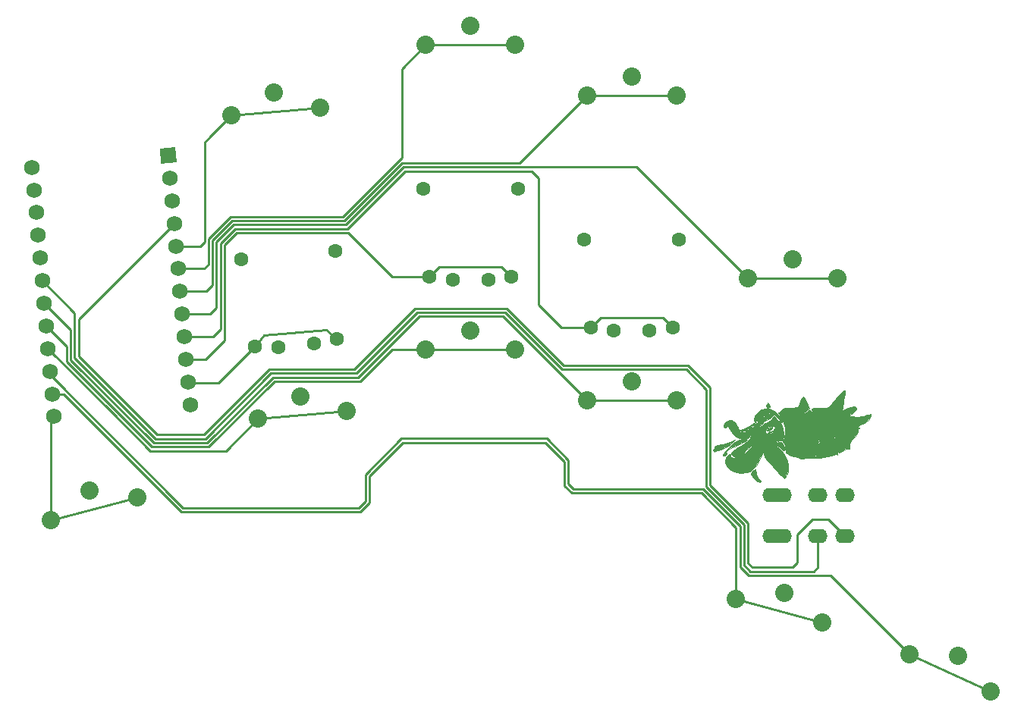
<source format=gbr>
%TF.GenerationSoftware,KiCad,Pcbnew,(5.1.9)-1*%
%TF.CreationDate,2021-06-29T12:17:40+02:00*%
%TF.ProjectId,metasepia_pfefferi,6d657461-7365-4706-9961-5f7066656666,VERSION_HERE*%
%TF.SameCoordinates,Original*%
%TF.FileFunction,Copper,L1,Top*%
%TF.FilePolarity,Positive*%
%FSLAX46Y46*%
G04 Gerber Fmt 4.6, Leading zero omitted, Abs format (unit mm)*
G04 Created by KiCad (PCBNEW (5.1.9)-1) date 2021-06-29 12:17:40*
%MOMM*%
%LPD*%
G01*
G04 APERTURE LIST*
%TA.AperFunction,EtchedComponent*%
%ADD10C,0.010000*%
%TD*%
%TA.AperFunction,ComponentPad*%
%ADD11C,2.032000*%
%TD*%
%TA.AperFunction,ComponentPad*%
%ADD12C,1.600000*%
%TD*%
%TA.AperFunction,ComponentPad*%
%ADD13C,0.100000*%
%TD*%
%TA.AperFunction,ComponentPad*%
%ADD14C,1.752600*%
%TD*%
%TA.AperFunction,ComponentPad*%
%ADD15O,2.200000X1.600000*%
%TD*%
%TA.AperFunction,Conductor*%
%ADD16C,0.250000*%
%TD*%
G04 APERTURE END LIST*
D10*
%TO.C,G\u002A\u002A\u002A*%
G36*
X81322227Y23819283D02*
G01*
X81365714Y23608410D01*
X81396326Y23446074D01*
X81518394Y23060589D01*
X81690240Y22835425D01*
X81857255Y22671049D01*
X81871922Y22580300D01*
X81734115Y22562622D01*
X81630915Y22576822D01*
X81446486Y22648107D01*
X81264648Y22813688D01*
X81073072Y23069954D01*
X80917205Y23310617D01*
X80811254Y23495761D01*
X80779270Y23579623D01*
X80846433Y23659987D01*
X80989984Y23769801D01*
X81150922Y23870384D01*
X81270245Y23923050D01*
X81296297Y23918591D01*
X81322227Y23819283D01*
G37*
X81322227Y23819283D02*
X81365714Y23608410D01*
X81396326Y23446074D01*
X81518394Y23060589D01*
X81690240Y22835425D01*
X81857255Y22671049D01*
X81871922Y22580300D01*
X81734115Y22562622D01*
X81630915Y22576822D01*
X81446486Y22648107D01*
X81264648Y22813688D01*
X81073072Y23069954D01*
X80917205Y23310617D01*
X80811254Y23495761D01*
X80779270Y23579623D01*
X80846433Y23659987D01*
X80989984Y23769801D01*
X81150922Y23870384D01*
X81270245Y23923050D01*
X81296297Y23918591D01*
X81322227Y23819283D01*
G36*
X83098414Y30683087D02*
G01*
X83506136Y30430021D01*
X83868751Y30029375D01*
X84071088Y29699889D01*
X84200537Y29443804D01*
X84284374Y29254509D01*
X84304680Y29172517D01*
X84304450Y29172339D01*
X84223345Y29207281D01*
X84072383Y29332107D01*
X83891470Y29507756D01*
X83720510Y29695170D01*
X83599407Y29855289D01*
X83589197Y29872431D01*
X83437422Y30022713D01*
X83269239Y30019466D01*
X83137181Y29878732D01*
X83019712Y29761191D01*
X82806295Y29624496D01*
X82686078Y29563879D01*
X82240998Y29279564D01*
X81919522Y28903066D01*
X81740016Y28457382D01*
X81721966Y28356378D01*
X81690447Y28124480D01*
X81686692Y28051923D01*
X81713719Y28130532D01*
X81752942Y28272496D01*
X81808459Y28403697D01*
X82360926Y28306282D01*
X82360322Y28142577D01*
X82395712Y28079157D01*
X82595375Y27921584D01*
X82869964Y27914098D01*
X83167419Y28027461D01*
X83416026Y28214475D01*
X83527144Y28432528D01*
X83487380Y28652330D01*
X83467500Y28683748D01*
X83291941Y28811135D01*
X83042281Y28791928D01*
X82800951Y28680240D01*
X82504243Y28480226D01*
X82360926Y28306282D01*
X81808459Y28403697D01*
X81932978Y28697969D01*
X82224227Y29014899D01*
X82619760Y29238242D01*
X82941280Y29411874D01*
X83130054Y29613042D01*
X83164237Y29678623D01*
X83295031Y29871898D01*
X83431254Y29896757D01*
X83563682Y29753483D01*
X83606834Y29665061D01*
X83714356Y29491623D01*
X83823394Y29411943D01*
X83990457Y29307534D01*
X84153359Y29082747D01*
X84286860Y28785222D01*
X84365720Y28462595D01*
X84374752Y28371339D01*
X84401966Y28111264D01*
X84442326Y27925505D01*
X84468259Y27874346D01*
X84497492Y27760164D01*
X84487047Y27550521D01*
X84477146Y27486166D01*
X84426689Y27274533D01*
X84354062Y27190278D01*
X84229307Y27191050D01*
X84005188Y27177371D01*
X83744273Y27089870D01*
X83504842Y26957404D01*
X83345176Y26808828D01*
X83313482Y26737607D01*
X83375828Y26666542D01*
X83546260Y26562454D01*
X83639814Y26516128D01*
X83885148Y26358493D01*
X84138582Y26099843D01*
X84398254Y25755778D01*
X84622341Y25414666D01*
X84763731Y25133442D01*
X84850406Y24843835D01*
X84904676Y24520212D01*
X84944829Y24176342D01*
X84948517Y23933054D01*
X84909640Y23724346D01*
X84822094Y23484213D01*
X84805088Y23443086D01*
X84690550Y23194778D01*
X84588912Y23019582D01*
X84538501Y22966017D01*
X84453745Y23013229D01*
X84280586Y23165907D01*
X84040573Y23400735D01*
X83755255Y23694397D01*
X83446180Y24023579D01*
X83134898Y24364964D01*
X82842957Y24695239D01*
X82591906Y24991088D01*
X82403294Y25229195D01*
X82298669Y25386245D01*
X82295260Y25393151D01*
X82221136Y25617050D01*
X82222252Y25865054D01*
X82271249Y26112478D01*
X82320985Y26351956D01*
X82336244Y26503383D01*
X82322867Y26533233D01*
X82276152Y26446176D01*
X82204707Y26237350D01*
X82123027Y25949712D01*
X82113220Y25911921D01*
X81931551Y25370573D01*
X81677292Y24837762D01*
X81380035Y24367625D01*
X81082313Y24026085D01*
X80667711Y23749120D01*
X80178167Y23587876D01*
X79655956Y23543014D01*
X79143346Y23615195D01*
X78682612Y23805083D01*
X78438801Y23984722D01*
X78172300Y24249001D01*
X78019750Y24466784D01*
X77955469Y24687366D01*
X77951375Y24920215D01*
X78029866Y25256290D01*
X78189445Y25487674D01*
X78345789Y25620940D01*
X78471431Y25667035D01*
X78528454Y25623929D01*
X78487663Y25503656D01*
X78487125Y25391305D01*
X78614180Y25312906D01*
X78830094Y25270651D01*
X79096131Y25266737D01*
X79373556Y25303357D01*
X79623634Y25382706D01*
X79718448Y25433920D01*
X79883786Y25559529D01*
X80105527Y25751826D01*
X80348978Y25977477D01*
X80579448Y26203152D01*
X80762243Y26395518D01*
X80862671Y26521245D01*
X80871750Y26541982D01*
X80831382Y26566157D01*
X80704086Y26496949D01*
X80522704Y26360679D01*
X80320079Y26183669D01*
X80129050Y25992238D01*
X80010858Y25852014D01*
X79736690Y25575804D01*
X79430618Y25405317D01*
X79126530Y25345916D01*
X78858316Y25402963D01*
X78659863Y25581820D01*
X78631044Y25633664D01*
X78592212Y25724402D01*
X78589812Y25802685D01*
X78643673Y25887944D01*
X78773624Y25999612D01*
X78999495Y26157118D01*
X79341115Y26379898D01*
X79491155Y26476538D01*
X79947109Y26777226D01*
X80281315Y27018344D01*
X80519699Y27223186D01*
X80688187Y27415044D01*
X80812707Y27617211D01*
X80853320Y27700355D01*
X80909732Y27828861D01*
X80890272Y27828834D01*
X80779300Y27699136D01*
X80775632Y27694722D01*
X80537094Y27491545D01*
X80214926Y27378587D01*
X79897365Y27342983D01*
X79481614Y27392436D01*
X79103230Y27588995D01*
X78754028Y27939355D01*
X78425820Y28450211D01*
X78339561Y28616891D01*
X78245190Y28796899D01*
X78188996Y28841246D01*
X78134081Y28766052D01*
X78109723Y28717293D01*
X77987016Y28591600D01*
X77855207Y28604166D01*
X77771819Y28737575D01*
X77764933Y28821681D01*
X77854299Y29100892D01*
X78085485Y29331338D01*
X78247926Y29418802D01*
X78432092Y29472635D01*
X78610402Y29444245D01*
X78790190Y29363876D01*
X78977017Y29244464D01*
X79119938Y29076307D01*
X79254358Y28812001D01*
X79318571Y28656457D01*
X79468875Y28322733D01*
X79616650Y28134473D01*
X79799617Y28072662D01*
X80055495Y28118286D01*
X80251401Y28186189D01*
X80470766Y28284750D01*
X80701957Y28427366D01*
X80976552Y28636850D01*
X81326128Y28936017D01*
X81483014Y29075997D01*
X81568911Y29217043D01*
X81550132Y29339567D01*
X81453144Y29389312D01*
X81349596Y29349498D01*
X81204204Y29280902D01*
X81138772Y29345297D01*
X81145916Y29553387D01*
X81157884Y29627451D01*
X81216627Y29795410D01*
X81875350Y29679260D01*
X81883927Y29671042D01*
X81995630Y29700411D01*
X82188080Y29792721D01*
X82256002Y29830880D01*
X82521077Y29957044D01*
X82850827Y30077555D01*
X83007746Y30123238D01*
X83233048Y30189802D01*
X83353229Y30241916D01*
X83352080Y30263851D01*
X83190499Y30251884D01*
X82928817Y30185858D01*
X82620390Y30083301D01*
X82318573Y29961740D01*
X82100310Y29852672D01*
X81936973Y29745857D01*
X81875350Y29679260D01*
X81216627Y29795410D01*
X81315422Y30077878D01*
X81600190Y30429375D01*
X81992135Y30666573D01*
X82471208Y30774104D01*
X82659211Y30778169D01*
X83098414Y30683087D01*
G37*
X83098414Y30683087D02*
X83506136Y30430021D01*
X83868751Y30029375D01*
X84071088Y29699889D01*
X84200537Y29443804D01*
X84284374Y29254509D01*
X84304680Y29172517D01*
X84304450Y29172339D01*
X84223345Y29207281D01*
X84072383Y29332107D01*
X83891470Y29507756D01*
X83720510Y29695170D01*
X83599407Y29855289D01*
X83589197Y29872431D01*
X83437422Y30022713D01*
X83269239Y30019466D01*
X83137181Y29878732D01*
X83019712Y29761191D01*
X82806295Y29624496D01*
X82686078Y29563879D01*
X82240998Y29279564D01*
X81919522Y28903066D01*
X81740016Y28457382D01*
X81721966Y28356378D01*
X81690447Y28124480D01*
X81686692Y28051923D01*
X81713719Y28130532D01*
X81752942Y28272496D01*
X81808459Y28403697D01*
X82360926Y28306282D01*
X82360322Y28142577D01*
X82395712Y28079157D01*
X82595375Y27921584D01*
X82869964Y27914098D01*
X83167419Y28027461D01*
X83416026Y28214475D01*
X83527144Y28432528D01*
X83487380Y28652330D01*
X83467500Y28683748D01*
X83291941Y28811135D01*
X83042281Y28791928D01*
X82800951Y28680240D01*
X82504243Y28480226D01*
X82360926Y28306282D01*
X81808459Y28403697D01*
X81932978Y28697969D01*
X82224227Y29014899D01*
X82619760Y29238242D01*
X82941280Y29411874D01*
X83130054Y29613042D01*
X83164237Y29678623D01*
X83295031Y29871898D01*
X83431254Y29896757D01*
X83563682Y29753483D01*
X83606834Y29665061D01*
X83714356Y29491623D01*
X83823394Y29411943D01*
X83990457Y29307534D01*
X84153359Y29082747D01*
X84286860Y28785222D01*
X84365720Y28462595D01*
X84374752Y28371339D01*
X84401966Y28111264D01*
X84442326Y27925505D01*
X84468259Y27874346D01*
X84497492Y27760164D01*
X84487047Y27550521D01*
X84477146Y27486166D01*
X84426689Y27274533D01*
X84354062Y27190278D01*
X84229307Y27191050D01*
X84005188Y27177371D01*
X83744273Y27089870D01*
X83504842Y26957404D01*
X83345176Y26808828D01*
X83313482Y26737607D01*
X83375828Y26666542D01*
X83546260Y26562454D01*
X83639814Y26516128D01*
X83885148Y26358493D01*
X84138582Y26099843D01*
X84398254Y25755778D01*
X84622341Y25414666D01*
X84763731Y25133442D01*
X84850406Y24843835D01*
X84904676Y24520212D01*
X84944829Y24176342D01*
X84948517Y23933054D01*
X84909640Y23724346D01*
X84822094Y23484213D01*
X84805088Y23443086D01*
X84690550Y23194778D01*
X84588912Y23019582D01*
X84538501Y22966017D01*
X84453745Y23013229D01*
X84280586Y23165907D01*
X84040573Y23400735D01*
X83755255Y23694397D01*
X83446180Y24023579D01*
X83134898Y24364964D01*
X82842957Y24695239D01*
X82591906Y24991088D01*
X82403294Y25229195D01*
X82298669Y25386245D01*
X82295260Y25393151D01*
X82221136Y25617050D01*
X82222252Y25865054D01*
X82271249Y26112478D01*
X82320985Y26351956D01*
X82336244Y26503383D01*
X82322867Y26533233D01*
X82276152Y26446176D01*
X82204707Y26237350D01*
X82123027Y25949712D01*
X82113220Y25911921D01*
X81931551Y25370573D01*
X81677292Y24837762D01*
X81380035Y24367625D01*
X81082313Y24026085D01*
X80667711Y23749120D01*
X80178167Y23587876D01*
X79655956Y23543014D01*
X79143346Y23615195D01*
X78682612Y23805083D01*
X78438801Y23984722D01*
X78172300Y24249001D01*
X78019750Y24466784D01*
X77955469Y24687366D01*
X77951375Y24920215D01*
X78029866Y25256290D01*
X78189445Y25487674D01*
X78345789Y25620940D01*
X78471431Y25667035D01*
X78528454Y25623929D01*
X78487663Y25503656D01*
X78487125Y25391305D01*
X78614180Y25312906D01*
X78830094Y25270651D01*
X79096131Y25266737D01*
X79373556Y25303357D01*
X79623634Y25382706D01*
X79718448Y25433920D01*
X79883786Y25559529D01*
X80105527Y25751826D01*
X80348978Y25977477D01*
X80579448Y26203152D01*
X80762243Y26395518D01*
X80862671Y26521245D01*
X80871750Y26541982D01*
X80831382Y26566157D01*
X80704086Y26496949D01*
X80522704Y26360679D01*
X80320079Y26183669D01*
X80129050Y25992238D01*
X80010858Y25852014D01*
X79736690Y25575804D01*
X79430618Y25405317D01*
X79126530Y25345916D01*
X78858316Y25402963D01*
X78659863Y25581820D01*
X78631044Y25633664D01*
X78592212Y25724402D01*
X78589812Y25802685D01*
X78643673Y25887944D01*
X78773624Y25999612D01*
X78999495Y26157118D01*
X79341115Y26379898D01*
X79491155Y26476538D01*
X79947109Y26777226D01*
X80281315Y27018344D01*
X80519699Y27223186D01*
X80688187Y27415044D01*
X80812707Y27617211D01*
X80853320Y27700355D01*
X80909732Y27828861D01*
X80890272Y27828834D01*
X80779300Y27699136D01*
X80775632Y27694722D01*
X80537094Y27491545D01*
X80214926Y27378587D01*
X79897365Y27342983D01*
X79481614Y27392436D01*
X79103230Y27588995D01*
X78754028Y27939355D01*
X78425820Y28450211D01*
X78339561Y28616891D01*
X78245190Y28796899D01*
X78188996Y28841246D01*
X78134081Y28766052D01*
X78109723Y28717293D01*
X77987016Y28591600D01*
X77855207Y28604166D01*
X77771819Y28737575D01*
X77764933Y28821681D01*
X77854299Y29100892D01*
X78085485Y29331338D01*
X78247926Y29418802D01*
X78432092Y29472635D01*
X78610402Y29444245D01*
X78790190Y29363876D01*
X78977017Y29244464D01*
X79119938Y29076307D01*
X79254358Y28812001D01*
X79318571Y28656457D01*
X79468875Y28322733D01*
X79616650Y28134473D01*
X79799617Y28072662D01*
X80055495Y28118286D01*
X80251401Y28186189D01*
X80470766Y28284750D01*
X80701957Y28427366D01*
X80976552Y28636850D01*
X81326128Y28936017D01*
X81483014Y29075997D01*
X81568911Y29217043D01*
X81550132Y29339567D01*
X81453144Y29389312D01*
X81349596Y29349498D01*
X81204204Y29280902D01*
X81138772Y29345297D01*
X81145916Y29553387D01*
X81157884Y29627451D01*
X81216627Y29795410D01*
X81875350Y29679260D01*
X81883927Y29671042D01*
X81995630Y29700411D01*
X82188080Y29792721D01*
X82256002Y29830880D01*
X82521077Y29957044D01*
X82850827Y30077555D01*
X83007746Y30123238D01*
X83233048Y30189802D01*
X83353229Y30241916D01*
X83352080Y30263851D01*
X83190499Y30251884D01*
X82928817Y30185858D01*
X82620390Y30083301D01*
X82318573Y29961740D01*
X82100310Y29852672D01*
X81936973Y29745857D01*
X81875350Y29679260D01*
X81216627Y29795410D01*
X81315422Y30077878D01*
X81600190Y30429375D01*
X81992135Y30666573D01*
X82471208Y30774104D01*
X82659211Y30778169D01*
X83098414Y30683087D01*
G36*
X80272106Y27175695D02*
G01*
X80078044Y27061059D01*
X79771603Y26904051D01*
X79367275Y26712616D01*
X78956447Y26528325D01*
X78512993Y26323430D01*
X78217750Y26161569D01*
X78057465Y26034759D01*
X78018681Y25963854D01*
X78031218Y25822523D01*
X78075768Y25782874D01*
X78109077Y25725245D01*
X78045271Y25618718D01*
X77925398Y25512296D01*
X77802730Y25456953D01*
X77695608Y25487301D01*
X77688788Y25555664D01*
X77805299Y25828091D01*
X78063729Y26160909D01*
X78453296Y26541317D01*
X78682793Y26736311D01*
X78985186Y26976838D01*
X79202881Y27125599D01*
X79377959Y27203085D01*
X79552499Y27229786D01*
X79695260Y27229287D01*
X79974658Y27227347D01*
X80207843Y27238831D01*
X80265129Y27246060D01*
X80339298Y27240011D01*
X80272106Y27175695D01*
G37*
X80272106Y27175695D02*
X80078044Y27061059D01*
X79771603Y26904051D01*
X79367275Y26712616D01*
X78956447Y26528325D01*
X78512993Y26323430D01*
X78217750Y26161569D01*
X78057465Y26034759D01*
X78018681Y25963854D01*
X78031218Y25822523D01*
X78075768Y25782874D01*
X78109077Y25725245D01*
X78045271Y25618718D01*
X77925398Y25512296D01*
X77802730Y25456953D01*
X77695608Y25487301D01*
X77688788Y25555664D01*
X77805299Y25828091D01*
X78063729Y26160909D01*
X78453296Y26541317D01*
X78682793Y26736311D01*
X78985186Y26976838D01*
X79202881Y27125599D01*
X79377959Y27203085D01*
X79552499Y27229786D01*
X79695260Y27229287D01*
X79974658Y27227347D01*
X80207843Y27238831D01*
X80265129Y27246060D01*
X80339298Y27240011D01*
X80272106Y27175695D01*
G36*
X78966774Y27187030D02*
G01*
X78792983Y27028937D01*
X78607905Y26867625D01*
X78173434Y26531655D01*
X77738999Y26292122D01*
X77397524Y26157937D01*
X77060055Y26041742D01*
X76848433Y25974671D01*
X76728559Y25950235D01*
X76666342Y25961943D01*
X76627686Y26003306D01*
X76622673Y26010437D01*
X76598923Y26174007D01*
X76686246Y26371000D01*
X76846000Y26555715D01*
X77039551Y26682444D01*
X77213018Y26708756D01*
X77394744Y26719183D01*
X77684363Y26780369D01*
X78033386Y26878134D01*
X78393321Y26998294D01*
X78715679Y27126664D01*
X78835514Y27183309D01*
X78979054Y27251754D01*
X79025803Y27257148D01*
X78966774Y27187030D01*
G37*
X78966774Y27187030D02*
X78792983Y27028937D01*
X78607905Y26867625D01*
X78173434Y26531655D01*
X77738999Y26292122D01*
X77397524Y26157937D01*
X77060055Y26041742D01*
X76848433Y25974671D01*
X76728559Y25950235D01*
X76666342Y25961943D01*
X76627686Y26003306D01*
X76622673Y26010437D01*
X76598923Y26174007D01*
X76686246Y26371000D01*
X76846000Y26555715D01*
X77039551Y26682444D01*
X77213018Y26708756D01*
X77394744Y26719183D01*
X77684363Y26780369D01*
X78033386Y26878134D01*
X78393321Y26998294D01*
X78715679Y27126664D01*
X78835514Y27183309D01*
X78979054Y27251754D01*
X79025803Y27257148D01*
X78966774Y27187030D01*
G36*
X91288063Y32658017D02*
G01*
X91270272Y32443121D01*
X91224100Y32129430D01*
X91162134Y31793262D01*
X91089861Y31404765D01*
X91037203Y31068875D01*
X91009791Y30825373D01*
X91010383Y30721380D01*
X90981300Y30627661D01*
X90835759Y30517160D01*
X90554489Y30376827D01*
X90406005Y30312111D01*
X89994474Y30136869D01*
X89723798Y30019885D01*
X89578911Y29953378D01*
X89544743Y29929565D01*
X89606229Y29940664D01*
X89748299Y29978892D01*
X89775475Y29986442D01*
X89992467Y30063254D01*
X90316529Y30198207D01*
X90703979Y30372323D01*
X91111136Y30566621D01*
X91114107Y30568084D01*
X91604966Y30798302D01*
X91971634Y30940367D01*
X92232618Y30997294D01*
X92406423Y30972095D01*
X92511553Y30867787D01*
X92539927Y30800366D01*
X92550081Y30702096D01*
X92498620Y30595616D01*
X92363568Y30455684D01*
X92122949Y30257061D01*
X91950790Y30123718D01*
X91668943Y29895264D01*
X91444969Y29690046D01*
X91309884Y29537727D01*
X91284625Y29486612D01*
X91283251Y29395511D01*
X91335036Y29461789D01*
X91335687Y29462888D01*
X91442677Y29603661D01*
X91601948Y29776949D01*
X91736924Y29891722D01*
X91870818Y29927064D01*
X92068917Y29891500D01*
X92196520Y29854600D01*
X92507534Y29786989D01*
X92736123Y29807309D01*
X92811530Y29836505D01*
X93031124Y29903173D01*
X93190906Y29909518D01*
X93363402Y29921155D01*
X93616065Y29983204D01*
X93745956Y30027058D01*
X93976739Y30097030D01*
X94132984Y30114881D01*
X94169327Y30097670D01*
X94155992Y29979635D01*
X94086360Y29775245D01*
X94052713Y29696529D01*
X93911068Y29463733D01*
X93698926Y29286226D01*
X93469333Y29163204D01*
X93210652Y29033698D01*
X93008205Y28920663D01*
X92931315Y28868636D01*
X92772340Y28801214D01*
X92615173Y28782220D01*
X92496592Y28777324D01*
X92531303Y28756314D01*
X92669317Y28723605D01*
X92872125Y28651654D01*
X92908599Y28572078D01*
X92780149Y28500362D01*
X92646256Y28470927D01*
X92438406Y28424934D01*
X92384504Y28385747D01*
X92489538Y28363681D01*
X92593640Y28362134D01*
X92748569Y28347046D01*
X92768831Y28273991D01*
X92743944Y28216243D01*
X92653533Y28025279D01*
X92570874Y27840317D01*
X92430838Y27625279D01*
X92241965Y27438631D01*
X91966529Y27156901D01*
X91805101Y26835199D01*
X91780598Y26519765D01*
X91782224Y26510850D01*
X91816345Y26304737D01*
X91792810Y26222338D01*
X91684550Y26220823D01*
X91607278Y26234006D01*
X91400873Y26208948D01*
X91126557Y26093975D01*
X91007889Y26025373D01*
X90748859Y25884996D01*
X90590939Y25864748D01*
X90511449Y25969215D01*
X90489754Y26130151D01*
X90479894Y26162301D01*
X90464068Y26050058D01*
X90454586Y25937567D01*
X90427706Y25571576D01*
X90198786Y25746246D01*
X90010708Y25870936D01*
X89866574Y25935279D01*
X89860837Y25936264D01*
X89846628Y25908734D01*
X89952725Y25821170D01*
X89982358Y25801368D01*
X90212907Y25651124D01*
X89981756Y25554167D01*
X89720154Y25474333D01*
X89337733Y25394445D01*
X88882875Y25321042D01*
X88403965Y25260665D01*
X87949388Y25219855D01*
X87567525Y25205152D01*
X87428563Y25209020D01*
X87101613Y25216940D01*
X86811573Y25203327D01*
X86649246Y25177478D01*
X86376295Y25164356D01*
X86225244Y25210719D01*
X86025714Y25285027D01*
X85742983Y25361983D01*
X85594241Y25394296D01*
X85282404Y25482503D01*
X84995314Y25607192D01*
X84899620Y25665549D01*
X84723168Y25824963D01*
X84655752Y26010160D01*
X84652458Y26191574D01*
X84642341Y26257935D01*
X87612608Y25734197D01*
X87626050Y25686842D01*
X87661766Y25618621D01*
X87812096Y25457810D01*
X87984428Y25435982D01*
X88128398Y25555723D01*
X88147942Y25593685D01*
X88206940Y25788803D01*
X88211246Y25904921D01*
X88180858Y25919730D01*
X88140901Y25796160D01*
X88139531Y25789598D01*
X88042591Y25591018D01*
X87886726Y25534259D01*
X87710634Y25631939D01*
X87697891Y25645620D01*
X87612608Y25734197D01*
X84642341Y26257935D01*
X84594161Y26573936D01*
X84478194Y26812867D01*
X84407626Y26939088D01*
X86690133Y26536621D01*
X86705011Y26499284D01*
X86710192Y26498269D01*
X86897830Y26509634D01*
X86971604Y26532206D01*
X87079732Y26597292D01*
X87051206Y26630983D01*
X86917611Y26621101D01*
X86812934Y26593373D01*
X86690133Y26536621D01*
X84407626Y26939088D01*
X84383490Y26982259D01*
X84370004Y27072166D01*
X84388904Y27076937D01*
X84461329Y27142349D01*
X84529215Y27338113D01*
X84559480Y27492741D01*
X88163170Y26857313D01*
X88200238Y26841546D01*
X88338380Y26870396D01*
X88407815Y26915711D01*
X88474190Y27029131D01*
X88413169Y27141949D01*
X88297273Y27228432D01*
X88240785Y27226738D01*
X88242236Y27175606D01*
X88275044Y27165460D01*
X88349191Y27092853D01*
X88328464Y26974185D01*
X88229341Y26890963D01*
X88219024Y26888385D01*
X88163170Y26857313D01*
X84559480Y27492741D01*
X84585420Y27625266D01*
X84622799Y27964847D01*
X84625986Y28063445D01*
X89541489Y27196709D01*
X89887810Y27319139D01*
X90102247Y27409536D01*
X90179353Y27491669D01*
X90158641Y27573970D01*
X90046263Y27696129D01*
X89988910Y27721671D01*
X89958840Y27690753D01*
X90005466Y27633963D01*
X90054246Y27553300D01*
X89991439Y27468249D01*
X89828875Y27363832D01*
X89541489Y27196709D01*
X84625986Y28063445D01*
X84634210Y28317895D01*
X84632165Y28403773D01*
X84614434Y28526044D01*
X89442894Y27674656D01*
X89491762Y27646061D01*
X89676701Y27654048D01*
X89755347Y27678198D01*
X89831859Y27729178D01*
X89772629Y27747762D01*
X89609110Y27728404D01*
X89546896Y27714954D01*
X89442894Y27674656D01*
X84614434Y28526044D01*
X84584967Y28729227D01*
X84533088Y28881862D01*
X91242914Y27698739D01*
X91372143Y27732612D01*
X91556951Y27808717D01*
X91644000Y27871088D01*
X91652910Y27982482D01*
X91555604Y28098630D01*
X91429532Y28152818D01*
X91414513Y28120794D01*
X91479055Y28053752D01*
X91559183Y27967093D01*
X91523912Y27895156D01*
X91392876Y27808789D01*
X91247529Y27718424D01*
X91242914Y27698739D01*
X84533088Y28881862D01*
X84457295Y29104856D01*
X84238444Y29565341D01*
X83860718Y30291596D01*
X83886562Y30314558D01*
X84403957Y30223327D01*
X84503844Y30255127D01*
X84597470Y30299236D01*
X84815681Y30385210D01*
X84963746Y30374411D01*
X85047248Y30322335D01*
X85196705Y30222559D01*
X85270971Y30191812D01*
X85262133Y30229945D01*
X85148974Y30334499D01*
X85131982Y30348163D01*
X84895355Y30463357D01*
X84653807Y30421433D01*
X84446689Y30278988D01*
X84403957Y30223327D01*
X83886562Y30314558D01*
X84159711Y30557243D01*
X84377963Y30723329D01*
X84587743Y30794567D01*
X84874415Y30799299D01*
X84886697Y30798619D01*
X85240968Y30805052D01*
X85609057Y30850510D01*
X85712546Y30872529D01*
X85957494Y30944851D01*
X86095778Y31041704D01*
X86185765Y31218142D01*
X86234503Y31364871D01*
X86371850Y31736697D01*
X86507456Y31985166D01*
X86630097Y32091133D01*
X86661119Y32092569D01*
X86746404Y32010976D01*
X86838449Y31833698D01*
X86842156Y31824223D01*
X86936077Y31592236D01*
X87060663Y31298502D01*
X87117410Y31168507D01*
X87294872Y30766459D01*
X87095395Y30588035D01*
X86914392Y30376363D01*
X86798825Y30173897D01*
X86652561Y29962422D01*
X86458853Y29808017D01*
X86317816Y29717501D01*
X86289917Y29665946D01*
X86297678Y29663443D01*
X86449668Y29711082D01*
X86481741Y29737514D01*
X92129473Y28741667D01*
X92209077Y28713863D01*
X92319926Y28710125D01*
X92326236Y28738360D01*
X92218150Y28777941D01*
X92167584Y28773122D01*
X92129473Y28741667D01*
X86481741Y29737514D01*
X86644860Y29871938D01*
X86845229Y30110646D01*
X86946547Y30266901D01*
X87138397Y30512974D01*
X87323850Y30593483D01*
X87492600Y30508558D01*
X87634338Y30258333D01*
X87634441Y30258057D01*
X87743231Y30034263D01*
X87862191Y29881716D01*
X87887829Y29863374D01*
X87977777Y29821392D01*
X87941719Y29880665D01*
X87911689Y29915968D01*
X87813272Y30074786D01*
X87704434Y30312112D01*
X87678012Y30380668D01*
X87553846Y30718382D01*
X87854035Y30800988D01*
X88131192Y30837699D01*
X88453445Y30827788D01*
X88541821Y30815249D01*
X88916940Y30784662D01*
X89245791Y30846844D01*
X89555470Y31017272D01*
X89873069Y31311422D01*
X90225684Y31744765D01*
X90267066Y31800634D01*
X90550148Y32156998D01*
X90821666Y32447400D01*
X91057286Y32649110D01*
X91232678Y32739401D01*
X91273556Y32740809D01*
X91288063Y32658017D01*
G37*
X91288063Y32658017D02*
X91270272Y32443121D01*
X91224100Y32129430D01*
X91162134Y31793262D01*
X91089861Y31404765D01*
X91037203Y31068875D01*
X91009791Y30825373D01*
X91010383Y30721380D01*
X90981300Y30627661D01*
X90835759Y30517160D01*
X90554489Y30376827D01*
X90406005Y30312111D01*
X89994474Y30136869D01*
X89723798Y30019885D01*
X89578911Y29953378D01*
X89544743Y29929565D01*
X89606229Y29940664D01*
X89748299Y29978892D01*
X89775475Y29986442D01*
X89992467Y30063254D01*
X90316529Y30198207D01*
X90703979Y30372323D01*
X91111136Y30566621D01*
X91114107Y30568084D01*
X91604966Y30798302D01*
X91971634Y30940367D01*
X92232618Y30997294D01*
X92406423Y30972095D01*
X92511553Y30867787D01*
X92539927Y30800366D01*
X92550081Y30702096D01*
X92498620Y30595616D01*
X92363568Y30455684D01*
X92122949Y30257061D01*
X91950790Y30123718D01*
X91668943Y29895264D01*
X91444969Y29690046D01*
X91309884Y29537727D01*
X91284625Y29486612D01*
X91283251Y29395511D01*
X91335036Y29461789D01*
X91335687Y29462888D01*
X91442677Y29603661D01*
X91601948Y29776949D01*
X91736924Y29891722D01*
X91870818Y29927064D01*
X92068917Y29891500D01*
X92196520Y29854600D01*
X92507534Y29786989D01*
X92736123Y29807309D01*
X92811530Y29836505D01*
X93031124Y29903173D01*
X93190906Y29909518D01*
X93363402Y29921155D01*
X93616065Y29983204D01*
X93745956Y30027058D01*
X93976739Y30097030D01*
X94132984Y30114881D01*
X94169327Y30097670D01*
X94155992Y29979635D01*
X94086360Y29775245D01*
X94052713Y29696529D01*
X93911068Y29463733D01*
X93698926Y29286226D01*
X93469333Y29163204D01*
X93210652Y29033698D01*
X93008205Y28920663D01*
X92931315Y28868636D01*
X92772340Y28801214D01*
X92615173Y28782220D01*
X92496592Y28777324D01*
X92531303Y28756314D01*
X92669317Y28723605D01*
X92872125Y28651654D01*
X92908599Y28572078D01*
X92780149Y28500362D01*
X92646256Y28470927D01*
X92438406Y28424934D01*
X92384504Y28385747D01*
X92489538Y28363681D01*
X92593640Y28362134D01*
X92748569Y28347046D01*
X92768831Y28273991D01*
X92743944Y28216243D01*
X92653533Y28025279D01*
X92570874Y27840317D01*
X92430838Y27625279D01*
X92241965Y27438631D01*
X91966529Y27156901D01*
X91805101Y26835199D01*
X91780598Y26519765D01*
X91782224Y26510850D01*
X91816345Y26304737D01*
X91792810Y26222338D01*
X91684550Y26220823D01*
X91607278Y26234006D01*
X91400873Y26208948D01*
X91126557Y26093975D01*
X91007889Y26025373D01*
X90748859Y25884996D01*
X90590939Y25864748D01*
X90511449Y25969215D01*
X90489754Y26130151D01*
X90479894Y26162301D01*
X90464068Y26050058D01*
X90454586Y25937567D01*
X90427706Y25571576D01*
X90198786Y25746246D01*
X90010708Y25870936D01*
X89866574Y25935279D01*
X89860837Y25936264D01*
X89846628Y25908734D01*
X89952725Y25821170D01*
X89982358Y25801368D01*
X90212907Y25651124D01*
X89981756Y25554167D01*
X89720154Y25474333D01*
X89337733Y25394445D01*
X88882875Y25321042D01*
X88403965Y25260665D01*
X87949388Y25219855D01*
X87567525Y25205152D01*
X87428563Y25209020D01*
X87101613Y25216940D01*
X86811573Y25203327D01*
X86649246Y25177478D01*
X86376295Y25164356D01*
X86225244Y25210719D01*
X86025714Y25285027D01*
X85742983Y25361983D01*
X85594241Y25394296D01*
X85282404Y25482503D01*
X84995314Y25607192D01*
X84899620Y25665549D01*
X84723168Y25824963D01*
X84655752Y26010160D01*
X84652458Y26191574D01*
X84642341Y26257935D01*
X87612608Y25734197D01*
X87626050Y25686842D01*
X87661766Y25618621D01*
X87812096Y25457810D01*
X87984428Y25435982D01*
X88128398Y25555723D01*
X88147942Y25593685D01*
X88206940Y25788803D01*
X88211246Y25904921D01*
X88180858Y25919730D01*
X88140901Y25796160D01*
X88139531Y25789598D01*
X88042591Y25591018D01*
X87886726Y25534259D01*
X87710634Y25631939D01*
X87697891Y25645620D01*
X87612608Y25734197D01*
X84642341Y26257935D01*
X84594161Y26573936D01*
X84478194Y26812867D01*
X84407626Y26939088D01*
X86690133Y26536621D01*
X86705011Y26499284D01*
X86710192Y26498269D01*
X86897830Y26509634D01*
X86971604Y26532206D01*
X87079732Y26597292D01*
X87051206Y26630983D01*
X86917611Y26621101D01*
X86812934Y26593373D01*
X86690133Y26536621D01*
X84407626Y26939088D01*
X84383490Y26982259D01*
X84370004Y27072166D01*
X84388904Y27076937D01*
X84461329Y27142349D01*
X84529215Y27338113D01*
X84559480Y27492741D01*
X88163170Y26857313D01*
X88200238Y26841546D01*
X88338380Y26870396D01*
X88407815Y26915711D01*
X88474190Y27029131D01*
X88413169Y27141949D01*
X88297273Y27228432D01*
X88240785Y27226738D01*
X88242236Y27175606D01*
X88275044Y27165460D01*
X88349191Y27092853D01*
X88328464Y26974185D01*
X88229341Y26890963D01*
X88219024Y26888385D01*
X88163170Y26857313D01*
X84559480Y27492741D01*
X84585420Y27625266D01*
X84622799Y27964847D01*
X84625986Y28063445D01*
X89541489Y27196709D01*
X89887810Y27319139D01*
X90102247Y27409536D01*
X90179353Y27491669D01*
X90158641Y27573970D01*
X90046263Y27696129D01*
X89988910Y27721671D01*
X89958840Y27690753D01*
X90005466Y27633963D01*
X90054246Y27553300D01*
X89991439Y27468249D01*
X89828875Y27363832D01*
X89541489Y27196709D01*
X84625986Y28063445D01*
X84634210Y28317895D01*
X84632165Y28403773D01*
X84614434Y28526044D01*
X89442894Y27674656D01*
X89491762Y27646061D01*
X89676701Y27654048D01*
X89755347Y27678198D01*
X89831859Y27729178D01*
X89772629Y27747762D01*
X89609110Y27728404D01*
X89546896Y27714954D01*
X89442894Y27674656D01*
X84614434Y28526044D01*
X84584967Y28729227D01*
X84533088Y28881862D01*
X91242914Y27698739D01*
X91372143Y27732612D01*
X91556951Y27808717D01*
X91644000Y27871088D01*
X91652910Y27982482D01*
X91555604Y28098630D01*
X91429532Y28152818D01*
X91414513Y28120794D01*
X91479055Y28053752D01*
X91559183Y27967093D01*
X91523912Y27895156D01*
X91392876Y27808789D01*
X91247529Y27718424D01*
X91242914Y27698739D01*
X84533088Y28881862D01*
X84457295Y29104856D01*
X84238444Y29565341D01*
X83860718Y30291596D01*
X83886562Y30314558D01*
X84403957Y30223327D01*
X84503844Y30255127D01*
X84597470Y30299236D01*
X84815681Y30385210D01*
X84963746Y30374411D01*
X85047248Y30322335D01*
X85196705Y30222559D01*
X85270971Y30191812D01*
X85262133Y30229945D01*
X85148974Y30334499D01*
X85131982Y30348163D01*
X84895355Y30463357D01*
X84653807Y30421433D01*
X84446689Y30278988D01*
X84403957Y30223327D01*
X83886562Y30314558D01*
X84159711Y30557243D01*
X84377963Y30723329D01*
X84587743Y30794567D01*
X84874415Y30799299D01*
X84886697Y30798619D01*
X85240968Y30805052D01*
X85609057Y30850510D01*
X85712546Y30872529D01*
X85957494Y30944851D01*
X86095778Y31041704D01*
X86185765Y31218142D01*
X86234503Y31364871D01*
X86371850Y31736697D01*
X86507456Y31985166D01*
X86630097Y32091133D01*
X86661119Y32092569D01*
X86746404Y32010976D01*
X86838449Y31833698D01*
X86842156Y31824223D01*
X86936077Y31592236D01*
X87060663Y31298502D01*
X87117410Y31168507D01*
X87294872Y30766459D01*
X87095395Y30588035D01*
X86914392Y30376363D01*
X86798825Y30173897D01*
X86652561Y29962422D01*
X86458853Y29808017D01*
X86317816Y29717501D01*
X86289917Y29665946D01*
X86297678Y29663443D01*
X86449668Y29711082D01*
X86481741Y29737514D01*
X92129473Y28741667D01*
X92209077Y28713863D01*
X92319926Y28710125D01*
X92326236Y28738360D01*
X92218150Y28777941D01*
X92167584Y28773122D01*
X92129473Y28741667D01*
X86481741Y29737514D01*
X86644860Y29871938D01*
X86845229Y30110646D01*
X86946547Y30266901D01*
X87138397Y30512974D01*
X87323850Y30593483D01*
X87492600Y30508558D01*
X87634338Y30258333D01*
X87634441Y30258057D01*
X87743231Y30034263D01*
X87862191Y29881716D01*
X87887829Y29863374D01*
X87977777Y29821392D01*
X87941719Y29880665D01*
X87911689Y29915968D01*
X87813272Y30074786D01*
X87704434Y30312112D01*
X87678012Y30380668D01*
X87553846Y30718382D01*
X87854035Y30800988D01*
X88131192Y30837699D01*
X88453445Y30827788D01*
X88541821Y30815249D01*
X88916940Y30784662D01*
X89245791Y30846844D01*
X89555470Y31017272D01*
X89873069Y31311422D01*
X90225684Y31744765D01*
X90267066Y31800634D01*
X90550148Y32156998D01*
X90821666Y32447400D01*
X91057286Y32649110D01*
X91232678Y32739401D01*
X91273556Y32740809D01*
X91288063Y32658017D01*
G36*
X84228039Y26907986D02*
G01*
X84395174Y26690877D01*
X84531845Y26437928D01*
X84575247Y26232380D01*
X84538021Y26100767D01*
X84432807Y26069625D01*
X84272246Y26165490D01*
X84187382Y26254670D01*
X84000437Y26419304D01*
X83748827Y26577301D01*
X83691376Y26605858D01*
X83362177Y26759862D01*
X83646620Y26915350D01*
X83889157Y27025797D01*
X84066427Y27028300D01*
X84228039Y26907986D01*
G37*
X84228039Y26907986D02*
X84395174Y26690877D01*
X84531845Y26437928D01*
X84575247Y26232380D01*
X84538021Y26100767D01*
X84432807Y26069625D01*
X84272246Y26165490D01*
X84187382Y26254670D01*
X84000437Y26419304D01*
X83748827Y26577301D01*
X83691376Y26605858D01*
X83362177Y26759862D01*
X83646620Y26915350D01*
X83889157Y27025797D01*
X84066427Y27028300D01*
X84228039Y26907986D01*
G36*
X81416442Y29205182D02*
G01*
X81368746Y29156982D01*
X80918875Y28746994D01*
X80540292Y28459155D01*
X80275504Y28314340D01*
X80045532Y28253176D01*
X79813367Y28236548D01*
X79632141Y28262431D01*
X79554993Y28328801D01*
X79555618Y28341768D01*
X79638059Y28398364D01*
X79826418Y28452783D01*
X79872440Y28461533D01*
X80111869Y28535411D01*
X80414663Y28671347D01*
X80640698Y28796039D01*
X80917025Y28960765D01*
X81160960Y29100820D01*
X81292467Y29171774D01*
X81419635Y29230420D01*
X81416442Y29205182D01*
G37*
X81416442Y29205182D02*
X81368746Y29156982D01*
X80918875Y28746994D01*
X80540292Y28459155D01*
X80275504Y28314340D01*
X80045532Y28253176D01*
X79813367Y28236548D01*
X79632141Y28262431D01*
X79554993Y28328801D01*
X79555618Y28341768D01*
X79638059Y28398364D01*
X79826418Y28452783D01*
X79872440Y28461533D01*
X80111869Y28535411D01*
X80414663Y28671347D01*
X80640698Y28796039D01*
X80917025Y28960765D01*
X81160960Y29100820D01*
X81292467Y29171774D01*
X81419635Y29230420D01*
X81416442Y29205182D01*
G36*
X82775066Y31301407D02*
G01*
X82818461Y31221339D01*
X82914449Y31006260D01*
X82902012Y30904530D01*
X82769099Y30890264D01*
X82671054Y30904724D01*
X82500941Y30949960D01*
X82466571Y31034870D01*
X82514764Y31168707D01*
X82612730Y31365556D01*
X82688572Y31407895D01*
X82775066Y31301407D01*
G37*
X82775066Y31301407D02*
X82818461Y31221339D01*
X82914449Y31006260D01*
X82902012Y30904530D01*
X82769099Y30890264D01*
X82671054Y30904724D01*
X82500941Y30949960D01*
X82466571Y31034870D01*
X82514764Y31168707D01*
X82612730Y31365556D01*
X82688572Y31407895D01*
X82775066Y31301407D01*
G36*
X83437055Y28449323D02*
G01*
X83435969Y28440415D01*
X83332490Y28272771D01*
X83081414Y28117716D01*
X82853996Y28032336D01*
X82703503Y27990768D01*
X82693350Y28014283D01*
X82762192Y28077133D01*
X82949975Y28184884D01*
X83053390Y28213700D01*
X83222800Y28295369D01*
X83331359Y28404441D01*
X83418689Y28501415D01*
X83437055Y28449323D01*
G37*
X83437055Y28449323D02*
X83435969Y28440415D01*
X83332490Y28272771D01*
X83081414Y28117716D01*
X82853996Y28032336D01*
X82703503Y27990768D01*
X82693350Y28014283D01*
X82762192Y28077133D01*
X82949975Y28184884D01*
X83053390Y28213700D01*
X83222800Y28295369D01*
X83331359Y28404441D01*
X83418689Y28501415D01*
X83437055Y28449323D01*
G36*
X83177989Y28686562D02*
G01*
X83149031Y28586759D01*
X83055902Y28487737D01*
X82897379Y28391294D01*
X82727199Y28320441D01*
X82599098Y28298192D01*
X82563662Y28336080D01*
X82638295Y28420501D01*
X82802423Y28539990D01*
X82994477Y28653116D01*
X83115455Y28707359D01*
X83177989Y28686562D01*
G37*
X83177989Y28686562D02*
X83149031Y28586759D01*
X83055902Y28487737D01*
X82897379Y28391294D01*
X82727199Y28320441D01*
X82599098Y28298192D01*
X82563662Y28336080D01*
X82638295Y28420501D01*
X82802423Y28539990D01*
X82994477Y28653116D01*
X83115455Y28707359D01*
X83177989Y28686562D01*
%TD*%
D11*
%TO.P,S1,1*%
%TO.N,P9*%
X12336177Y20859717D03*
%TO.P,S1,2*%
%TO.N,GND*%
X6963028Y21594066D03*
%TO.P,S1,1*%
%TO.N,P9*%
X2676918Y18271527D03*
%TO.P,S1,2*%
%TO.N,GND*%
X6963028Y21594066D03*
%TD*%
%TO.P,S2,1*%
%TO.N,P6*%
X35695274Y30472451D03*
%TO.P,S2,2*%
%TO.N,GND*%
X30531273Y32128681D03*
%TO.P,S2,1*%
%TO.N,P6*%
X25733327Y29600893D03*
%TO.P,S2,2*%
%TO.N,GND*%
X30531273Y32128681D03*
%TD*%
D12*
%TO.P,S3,3*%
%TO.N,N/C*%
X34429687Y48380293D03*
%TO.P,S3,4*%
X23870023Y47456442D03*
%TO.P,S3,1*%
%TO.N,P16*%
X25445768Y37706677D03*
%TO.P,S3,2*%
%TO.N,GND*%
X32026875Y37981303D03*
%TO.P,S3,1*%
%TO.N,P16*%
X34570911Y38505023D03*
%TO.P,S3,2*%
%TO.N,GND*%
X28042097Y37632680D03*
%TD*%
D11*
%TO.P,S4,1*%
%TO.N,P21*%
X32731978Y64343072D03*
%TO.P,S4,2*%
%TO.N,GND*%
X27567977Y65999302D03*
%TO.P,S4,1*%
%TO.N,P21*%
X22770031Y63471514D03*
%TO.P,S4,2*%
%TO.N,GND*%
X27567977Y65999302D03*
%TD*%
%TO.P,S5,1*%
%TO.N,P5*%
X54479308Y37352195D03*
%TO.P,S5,2*%
%TO.N,GND*%
X49479308Y39452195D03*
%TO.P,S5,1*%
%TO.N,P5*%
X44479308Y37352195D03*
%TO.P,S5,2*%
%TO.N,GND*%
X49479308Y39452195D03*
%TD*%
D12*
%TO.P,S6,3*%
%TO.N,N/C*%
X54779308Y55302194D03*
%TO.P,S6,4*%
X44179308Y55302194D03*
%TO.P,S6,1*%
%TO.N,P14*%
X44899308Y45452194D03*
%TO.P,S6,2*%
%TO.N,GND*%
X51479308Y45152194D03*
%TO.P,S6,1*%
%TO.N,P14*%
X54059308Y45452194D03*
%TO.P,S6,2*%
%TO.N,GND*%
X47479308Y45152194D03*
%TD*%
D11*
%TO.P,S7,1*%
%TO.N,P20*%
X54479310Y71352194D03*
%TO.P,S7,2*%
%TO.N,GND*%
X49479310Y73452194D03*
%TO.P,S7,1*%
%TO.N,P20*%
X44479310Y71352194D03*
%TO.P,S7,2*%
%TO.N,GND*%
X49479310Y73452194D03*
%TD*%
%TO.P,S8,1*%
%TO.N,P4*%
X72479308Y31685528D03*
%TO.P,S8,2*%
%TO.N,GND*%
X67479308Y33785528D03*
%TO.P,S8,1*%
%TO.N,P4*%
X62479308Y31685528D03*
%TO.P,S8,2*%
%TO.N,GND*%
X67479308Y33785528D03*
%TD*%
D12*
%TO.P,S9,3*%
%TO.N,N/C*%
X72779308Y49635529D03*
%TO.P,S9,4*%
X62179308Y49635529D03*
%TO.P,S9,1*%
%TO.N,P15*%
X62899308Y39785529D03*
%TO.P,S9,2*%
%TO.N,GND*%
X69479308Y39485529D03*
%TO.P,S9,1*%
%TO.N,P15*%
X72059308Y39785529D03*
%TO.P,S9,2*%
%TO.N,GND*%
X65479308Y39485529D03*
%TD*%
D11*
%TO.P,S10,1*%
%TO.N,P19*%
X72479309Y65685527D03*
%TO.P,S10,2*%
%TO.N,GND*%
X67479309Y67785527D03*
%TO.P,S10,1*%
%TO.N,P19*%
X62479309Y65685527D03*
%TO.P,S10,2*%
%TO.N,GND*%
X67479309Y67785527D03*
%TD*%
%TO.P,S11,1*%
%TO.N,P18*%
X90479308Y45285527D03*
%TO.P,S11,2*%
%TO.N,GND*%
X85479308Y47385527D03*
%TO.P,S11,1*%
%TO.N,P18*%
X80479308Y45285527D03*
%TO.P,S11,2*%
%TO.N,GND*%
X85479308Y47385527D03*
%TD*%
%TO.P,S12,1*%
%TO.N,P8*%
X88792450Y6861951D03*
%TO.P,S12,2*%
%TO.N,GND*%
X84506340Y10184490D03*
%TO.P,S12,1*%
%TO.N,P8*%
X79133191Y9450141D03*
%TO.P,S12,2*%
%TO.N,GND*%
X84506340Y10184490D03*
%TD*%
%TO.P,S13,1*%
%TO.N,P7*%
X107522992Y-882901D03*
%TO.P,S13,2*%
%TO.N,GND*%
X103878952Y3133437D03*
%TO.P,S13,1*%
%TO.N,P7*%
X98459914Y3343282D03*
%TO.P,S13,2*%
%TO.N,GND*%
X103878952Y3133437D03*
%TD*%
%TA.AperFunction,ComponentPad*%
D13*
%TO.P,C1,1*%
%TO.N,RAW*%
G36*
X14802581Y59809469D02*
G01*
X16548512Y59962218D01*
X16701261Y58216287D01*
X14955330Y58063538D01*
X14802581Y59809469D01*
G37*
%TD.AperFunction*%
D14*
%TO.P,C1,2*%
%TO.N,GND*%
X15973296Y56482543D03*
%TO.P,C1,3*%
%TO.N,RST*%
X16194672Y53952209D03*
%TO.P,C1,4*%
%TO.N,VCC*%
X16416048Y51421874D03*
%TO.P,C1,5*%
%TO.N,P21*%
X16637423Y48891540D03*
%TO.P,C1,6*%
%TO.N,P20*%
X16858799Y46361205D03*
%TO.P,C1,7*%
%TO.N,P19*%
X17080174Y43830870D03*
%TO.P,C1,8*%
%TO.N,P18*%
X17301550Y41300536D03*
%TO.P,C1,9*%
%TO.N,P15*%
X17522926Y38770201D03*
%TO.P,C1,10*%
%TO.N,P14*%
X17744301Y36239867D03*
%TO.P,C1,11*%
%TO.N,P16*%
X17965677Y33709532D03*
%TO.P,C1,12*%
%TO.N,P10*%
X18187052Y31179198D03*
%TO.P,C1,13*%
%TO.N,P1*%
X569914Y57684624D03*
%TO.P,C1,14*%
%TO.N,P0*%
X791289Y55154290D03*
%TO.P,C1,15*%
%TO.N,GND*%
X1012665Y52623955D03*
%TO.P,C1,16*%
X1234040Y50093621D03*
%TO.P,C1,17*%
%TO.N,P2*%
X1455416Y47563286D03*
%TO.P,C1,18*%
%TO.N,P3*%
X1676792Y45032952D03*
%TO.P,C1,19*%
%TO.N,P4*%
X1898167Y42502617D03*
%TO.P,C1,20*%
%TO.N,P5*%
X2119543Y39972282D03*
%TO.P,C1,21*%
%TO.N,P6*%
X2340918Y37441948D03*
%TO.P,C1,22*%
%TO.N,P7*%
X2562294Y34911613D03*
%TO.P,C1,23*%
%TO.N,P8*%
X2783670Y32381279D03*
%TO.P,C1,24*%
%TO.N,P9*%
X3005045Y29850944D03*
%TD*%
D15*
%TO.P,REF\u002A\u002A,1*%
%TO.N,GND*%
X83179310Y16485528D03*
%TO.P,REF\u002A\u002A,2*%
X84279310Y21085528D03*
%TO.P,REF\u002A\u002A,3*%
%TO.N,P3*%
X88279310Y21085528D03*
%TO.P,REF\u002A\u002A,4*%
%TO.N,VCC*%
X91279310Y21085528D03*
%TO.P,REF\u002A\u002A,1*%
%TO.N,GND*%
X83179310Y21085528D03*
%TO.P,REF\u002A\u002A,2*%
X84279310Y16485528D03*
%TO.P,REF\u002A\u002A,3*%
%TO.N,P3*%
X88279310Y16485528D03*
%TO.P,REF\u002A\u002A,4*%
%TO.N,VCC*%
X91279310Y16485528D03*
%TD*%
D16*
%TO.N,P9*%
X2676919Y18271527D02*
X12336178Y20859716D01*
X2676918Y29522817D02*
X3005045Y29850944D01*
X2676918Y18271527D02*
X2676918Y29522817D01*
%TO.N,P6*%
X25733327Y29600893D02*
X35695275Y30472452D01*
X25733327Y29600893D02*
X22162434Y26030000D01*
X13752866Y26030000D02*
X9481433Y30301433D01*
X22162434Y26030000D02*
X13752866Y26030000D01*
X9481433Y30301433D02*
X2340918Y37441948D01*
%TO.N,P16*%
X33362986Y39518593D02*
X34570911Y38505024D01*
X26459336Y38914602D02*
X33362986Y39518593D01*
X25445767Y37706677D02*
X26459336Y38914602D01*
%TO.N,P21*%
X22770032Y63471513D02*
X32731980Y64343071D01*
X20389259Y61090741D02*
X22770031Y63471514D01*
X19789950Y60491432D02*
X20389259Y61090741D01*
X19291490Y48891540D02*
X19789950Y49390000D01*
X19789950Y49390000D02*
X19789950Y60491432D01*
X16637423Y48891540D02*
X19291490Y48891540D01*
%TO.N,P5*%
X44479309Y37352194D02*
X54479309Y37352194D01*
X4410000Y37681825D02*
X2119543Y39972282D01*
X4410000Y36009276D02*
X4410000Y37681825D01*
X13939266Y26480010D02*
X4410000Y36009276D01*
X37150000Y33790000D02*
X27600000Y33790000D01*
X27600000Y33790000D02*
X20290010Y26480010D01*
X40712195Y37352195D02*
X37150000Y33790000D01*
X20290010Y26480010D02*
X13939266Y26480010D01*
X44479308Y37352195D02*
X40712195Y37352195D01*
%TO.N,P14*%
X46014298Y46567184D02*
X52944318Y46567185D01*
X52944318Y46567185D02*
X54059308Y45452194D01*
X44899308Y45452195D02*
X46014298Y46567184D01*
X44899308Y45452194D02*
X40757806Y45452194D01*
X40757806Y45452194D02*
X35830000Y50380000D01*
X35830000Y50380000D02*
X23430000Y50380000D01*
X23430000Y50380000D02*
X22040000Y48990000D01*
X22040000Y48990000D02*
X22040000Y38340000D01*
X19939867Y36239867D02*
X17744301Y36239867D01*
X22040000Y38340000D02*
X19939867Y36239867D01*
%TO.N,P20*%
X44479309Y71352195D02*
X54479307Y71352195D01*
X19781205Y46361205D02*
X16858799Y46361205D01*
X20239960Y46819960D02*
X19781205Y46361205D01*
X35210806Y52180036D02*
X22684396Y52180036D01*
X20239960Y49735600D02*
X20239960Y46819960D01*
X22684396Y52180036D02*
X20239960Y49735600D01*
X41820000Y58789230D02*
X35210806Y52180036D01*
X41820000Y68692884D02*
X41820000Y58789230D01*
X44479310Y71352194D02*
X41820000Y68692884D01*
%TO.N,P4*%
X62479309Y31685527D02*
X72479308Y31685527D01*
X4860010Y36195676D02*
X4860010Y39540774D01*
X14125666Y26930020D02*
X4860010Y36195676D01*
X36963600Y34240010D02*
X27413599Y34240009D01*
X43753590Y41030000D02*
X36963600Y34240010D01*
X4860010Y39540774D02*
X1898167Y42502617D01*
X20103610Y26930020D02*
X14125666Y26930020D01*
X27413599Y34240009D02*
X20103610Y26930020D01*
X53134836Y41030000D02*
X43753590Y41030000D01*
X62479308Y31685528D02*
X53134836Y41030000D01*
%TO.N,P15*%
X70944318Y40900519D02*
X72059310Y39785528D01*
X64014298Y40900518D02*
X70944318Y40900519D01*
X62899308Y39785530D02*
X64014298Y40900518D01*
X62899308Y39785529D02*
X59644471Y39785529D01*
X59644471Y39785529D02*
X57100000Y42330000D01*
X57100000Y42330000D02*
X57100000Y56470000D01*
X57100000Y56470000D02*
X56300000Y57270000D01*
X42210000Y57270000D02*
X35770010Y50830010D01*
X56300000Y57270000D02*
X42210000Y57270000D01*
X23243599Y50830009D02*
X21589990Y49176400D01*
X35770010Y50830010D02*
X23243599Y50830009D01*
X21589990Y49176400D02*
X21589990Y39609990D01*
X20750201Y38770201D02*
X17522926Y38770201D01*
X21589990Y39609990D02*
X20750201Y38770201D01*
%TO.N,P19*%
X62479308Y65685528D02*
X72479308Y65685528D01*
X62479309Y65685527D02*
X54963800Y58170018D01*
X54963800Y58170018D02*
X41837198Y58170018D01*
X41837198Y58170018D02*
X35397208Y51730028D01*
X22870797Y51730027D02*
X20689970Y49549200D01*
X35397208Y51730028D02*
X22870797Y51730027D01*
X20689970Y49549200D02*
X20689970Y44539970D01*
X19980870Y43830870D02*
X17080174Y43830870D01*
X20689970Y44539970D02*
X19980870Y43830870D01*
%TO.N,P18*%
X80479308Y45285527D02*
X90479308Y45285528D01*
X80479308Y45285527D02*
X68044825Y57720010D01*
X68044825Y57720010D02*
X42023599Y57720009D01*
X42023599Y57720009D02*
X35583608Y51280018D01*
X23057198Y51280018D02*
X21139980Y49362800D01*
X35583608Y51280018D02*
X23057198Y51280018D01*
X21139980Y49362800D02*
X21139980Y41979980D01*
X20460536Y41300536D02*
X17301550Y41300536D01*
X21139980Y41979980D02*
X20460536Y41300536D01*
%TO.N,P8*%
X79133192Y9450141D02*
X88792450Y6861951D01*
X59960000Y22140000D02*
X60790000Y21310000D01*
X57840000Y26950000D02*
X59960000Y24830000D01*
X41970000Y26950000D02*
X57840000Y26950000D01*
X79133191Y17426809D02*
X79133191Y9450141D01*
X75250000Y21310000D02*
X79133191Y17426809D01*
X38200000Y23180000D02*
X41970000Y26950000D01*
X38200000Y20240000D02*
X38200000Y23180000D01*
X37190000Y19230000D02*
X38200000Y20240000D01*
X17200000Y19230000D02*
X37190000Y19230000D01*
X60790000Y21310000D02*
X75250000Y21310000D01*
X4048721Y32381279D02*
X17200000Y19230000D01*
X59960000Y24830000D02*
X59960000Y22140000D01*
X2783670Y32381279D02*
X4048721Y32381279D01*
%TO.N,P7*%
X98459913Y3343282D02*
X107522991Y-882902D01*
X2562294Y34504116D02*
X2562294Y34911613D01*
X17386400Y19680010D02*
X2562294Y34504116D01*
X37750000Y20426410D02*
X37003600Y19680010D01*
X37003600Y19680010D02*
X17386400Y19680010D01*
X37750000Y22039980D02*
X37750000Y20426410D01*
X98459914Y3343282D02*
X89693196Y12110000D01*
X37749990Y23366400D02*
X37749990Y22039990D01*
X89693196Y12110000D02*
X80550000Y12110000D01*
X58026400Y27400010D02*
X41783599Y27400009D01*
X37749990Y22039990D02*
X37750000Y22039980D01*
X80550000Y12110000D02*
X79583201Y13076799D01*
X79583201Y13076799D02*
X79583201Y17613209D01*
X75436400Y21760010D02*
X60976400Y21760010D01*
X79583201Y17613209D02*
X75436400Y21760010D01*
X60976400Y21760010D02*
X60410010Y22326400D01*
X41783599Y27400009D02*
X37749990Y23366400D01*
X60410010Y22326400D02*
X60410009Y25016401D01*
X60410009Y25016401D02*
X58026400Y27400010D01*
%TO.N,VCC*%
X91279310Y16485528D02*
X89424838Y18340000D01*
X89424838Y18340000D02*
X87610000Y18340000D01*
X87610000Y18340000D02*
X85940000Y16670000D01*
X85940000Y13520000D02*
X85430020Y13010020D01*
X85940000Y16670000D02*
X85940000Y13520000D01*
X85430020Y13010020D02*
X80922800Y13010020D01*
X80483219Y13449601D02*
X80483219Y17986011D01*
X80922800Y13010020D02*
X80483219Y13449601D01*
X76250009Y33066401D02*
X73739871Y35576539D01*
X76250010Y22219220D02*
X76250009Y33066401D01*
X80483219Y17986011D02*
X76250010Y22219220D01*
X73739871Y35576539D02*
X59861117Y35576539D01*
X59861117Y35576539D02*
X53507635Y41930019D01*
X36500028Y35140028D02*
X27040797Y35140027D01*
X43290019Y41930019D02*
X36500028Y35140028D01*
X53507635Y41930019D02*
X43290019Y41930019D01*
X27040797Y35140027D02*
X19730810Y27830040D01*
X19730810Y27830040D02*
X14498466Y27830040D01*
X5760030Y40765856D02*
X16416048Y51421874D01*
X5760030Y36568476D02*
X5760030Y40765856D01*
X14498466Y27830040D02*
X5760030Y36568476D01*
%TO.N,P16*%
X25445768Y37706677D02*
X21339091Y33600000D01*
X18075209Y33600000D02*
X17965677Y33709532D01*
X21339091Y33600000D02*
X18075209Y33600000D01*
%TO.N,P3*%
X14312066Y27380030D02*
X5310020Y36382076D01*
X19917210Y27380030D02*
X14312066Y27380030D01*
X27227198Y34690018D02*
X19917210Y27380030D01*
X88279310Y16485528D02*
X88279310Y13009320D01*
X88279310Y13009320D02*
X87830000Y12560010D01*
X87830000Y12560010D02*
X80736400Y12560010D01*
X80736400Y12560010D02*
X80033211Y13263199D01*
X75800000Y22032820D02*
X75800000Y32880000D01*
X5310020Y36382076D02*
X5310020Y41399724D01*
X59674717Y35126529D02*
X53321236Y41480010D01*
X53321236Y41480010D02*
X43567189Y41480009D01*
X80033211Y13263199D02*
X80033210Y17799610D01*
X80033210Y17799610D02*
X75800000Y22032820D01*
X5310020Y41399724D02*
X1676792Y45032952D01*
X73553471Y35126529D02*
X59674717Y35126529D01*
X75800000Y32880000D02*
X73553471Y35126529D01*
X36777198Y34690018D02*
X27227198Y34690018D01*
X43567189Y41480009D02*
X36777198Y34690018D01*
%TD*%
M02*

</source>
